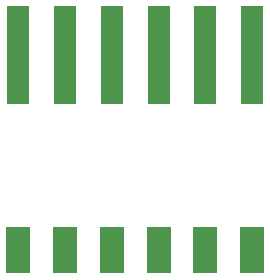
<source format=gbp>
G04 EAGLE Gerber RS-274X export*
G75*
%MOMM*%
%FSLAX34Y34*%
%LPD*%
%INBottom Solder Paste*%
%IPPOS*%
%AMOC8*
5,1,8,0,0,1.08239X$1,22.5*%
G01*
%ADD10R,1.905000X8.255000*%
%ADD11R,2.000000X4.000000*%


D10*
X237700Y954540D03*
X198100Y954540D03*
X158500Y954540D03*
X118900Y954540D03*
X79300Y954540D03*
X39700Y954540D03*
D11*
X39700Y790000D03*
X79300Y790000D03*
X118900Y790000D03*
X158500Y790000D03*
X198100Y790000D03*
X237700Y790000D03*
M02*

</source>
